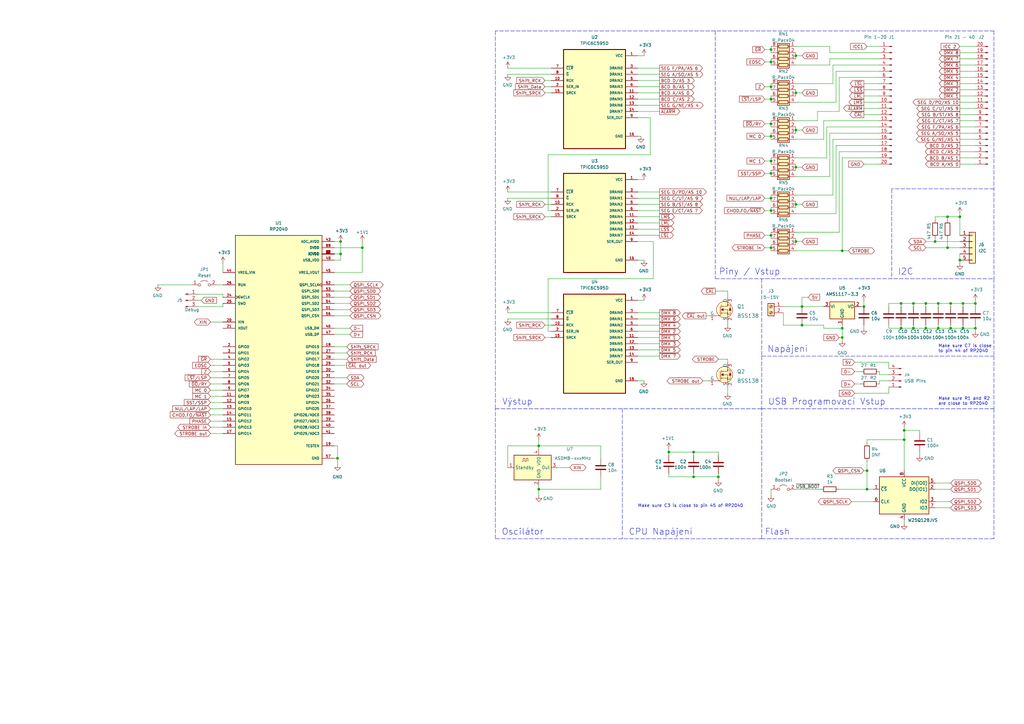
<source format=kicad_sch>
(kicad_sch (version 20211123) (generator eeschema)
  (paper "A3")
  (title_block (title "MH106-Emulator") (date "2023-01-26") (rev "1") (company "Michael's Lab"))
  (junction (at 138.43 187.96))
  (junction (at 326.39 38.1))
  (junction (at 354.33 125.73))
  (junction (at 316.23 50.8))
  (junction (at 400.05 134.62))
  (junction (at 379.73 124.46))
  (junction (at 316.23 81.28))
  (junction (at 284.48 185.42))
  (junction (at 355.6 193.04))
  (junction (at 328.93 125.73))
  (junction (at 355.6 200.66))
  (junction (at 328.93 133.35))
  (junction (at 400.05 124.46))
  (junction (at 316.23 35.56))
  (junction (at 220.98 200.66))
  (junction (at 274.32 185.42))
  (junction (at 384.81 124.46))
  (junction (at 139.7 99.06))
  (junction (at 388.62 101.6))
  (junction (at 345.44 102.87))
  (junction (at 388.62 88.9))
  (junction (at 326.39 53.34))
  (junction (at 383.54 99.06))
  (junction (at 326.39 83.82))
  (junction (at 389.89 134.62))
  (junction (at 316.23 20.32))
  (junction (at 370.84 180.34))
  (junction (at 374.65 134.62))
  (junction (at 394.97 124.46))
  (junction (at 326.39 99.06))
  (junction (at 369.57 134.62))
  (junction (at 316.23 96.52))
  (junction (at 393.7 88.9))
  (junction (at 316.23 55.88))
  (junction (at 379.73 134.62))
  (junction (at 345.44 138.43))
  (junction (at 326.39 22.86))
  (junction (at 316.23 101.6))
  (junction (at 316.23 25.4))
  (junction (at 148.59 101.6))
  (junction (at 370.84 176.53))
  (junction (at 294.64 195.58))
  (junction (at 384.81 134.62))
  (junction (at 374.65 124.46))
  (junction (at 139.7 104.14))
  (junction (at 316.23 40.64))
  (junction (at 316.23 71.12))
  (junction (at 394.97 134.62))
  (junction (at 284.48 195.58))
  (junction (at 389.89 124.46))
  (junction (at 345.44 134.62))
  (junction (at 326.39 68.58))
  (junction (at 316.23 66.04))
  (junction (at 393.7 106.68))
  (junction (at 369.57 124.46))
  (junction (at 220.98 182.88))
  (junction (at 316.23 86.36))
  (wire (pts (xy 294.64 147.32) (xy 298.45 147.32)))
  (wire (pts (xy 261.62 86.36) (xy 270.51 86.36)))
  (wire (pts (xy 326.39 80.01) (xy 341.63 80.01)))
  (wire (pts (xy 328.93 121.92) (xy 328.93 125.73)))
  (wire (pts (xy 393.7 87.63) (xy 393.7 88.9)))
  (wire (pts (xy 326.39 21.59) (xy 326.39 22.86)))
  (wire (pts (xy 393.7 41.91) (xy 400.05 41.91)))
  (wire (pts (xy 298.45 121.92) (xy 298.45 119.38)))
  (wire (pts (xy 326.39 99.06) (xy 328.93 99.06)))
  (wire (pts (xy 344.17 138.43) (xy 345.44 138.43)))
  (wire (pts (xy 393.7 29.21) (xy 400.05 29.21)))
  (wire (pts (xy 261.62 128.27) (xy 270.51 128.27)))
  (wire (pts (xy 284.48 195.58) (xy 284.48 194.31)))
  (wire (pts (xy 360.68 157.48) (xy 360.68 156.21)))
  (wire (pts (xy 261.62 43.18) (xy 270.51 43.18)))
  (wire (pts (xy 355.6 19.05) (xy 360.68 19.05)))
  (wire (pts (xy 393.7 67.31) (xy 400.05 67.31)))
  (wire (pts (xy 326.39 19.05) (xy 340.36 19.05)))
  (wire (pts (xy 326.39 83.82) (xy 328.93 83.82)))
  (wire (pts (xy 354.33 36.83) (xy 360.68 36.83)))
  (wire (pts (xy 224.79 135.89) (xy 224.79 114.3)))
  (wire (pts (xy 364.49 124.46) (xy 364.49 125.73)))
  (wire (pts (xy 326.39 38.1) (xy 326.39 39.37)))
  (wire (pts (xy 284.48 186.69) (xy 284.48 185.42)))
  (wire (pts (xy 393.7 36.83) (xy 400.05 36.83)))
  (wire (pts (xy 341.63 57.15) (xy 360.68 57.15)))
  (wire (pts (xy 326.39 99.06) (xy 326.39 100.33)))
  (wire (pts (xy 354.33 46.99) (xy 360.68 46.99)))
  (wire (pts (xy 393.7 46.99) (xy 400.05 46.99)))
  (wire (pts (xy 394.97 134.62) (xy 400.05 134.62)))
  (wire (pts (xy 246.38 187.96) (xy 246.38 182.88)))
  (wire (pts (xy 137.16 154.94) (xy 142.24 154.94)))
  (wire (pts (xy 220.98 199.39) (xy 220.98 200.66)))
  (wire (pts (xy 313.69 96.52) (xy 316.23 96.52)))
  (wire (pts (xy 326.39 64.77) (xy 339.09 64.77)))
  (wire (pts (xy 86.36 132.08) (xy 91.44 132.08)))
  (wire (pts (xy 337.82 134.62) (xy 345.44 134.62)))
  (wire (pts (xy 208.28 30.48) (xy 226.06 30.48)))
  (wire (pts (xy 340.36 54.61) (xy 360.68 54.61)))
  (wire (pts (xy 261.62 140.97) (xy 270.51 140.97)))
  (wire (pts (xy 137.16 101.6) (xy 148.59 101.6)))
  (wire (pts (xy 261.62 73.66) (xy 264.16 73.66)))
  (wire (pts (xy 137.16 106.68) (xy 139.7 106.68)))
  (wire (pts (xy 340.36 24.13) (xy 360.68 24.13)))
  (wire (pts (xy 384.81 134.62) (xy 389.89 134.62)))
  (wire (pts (xy 370.84 213.36) (xy 370.84 214.63)))
  (wire (pts (xy 354.33 193.04) (xy 355.6 193.04)))
  (wire (pts (xy 261.62 123.19) (xy 264.16 123.19)))
  (wire (pts (xy 224.79 114.3) (xy 267.97 114.3)))
  (wire (pts (xy 326.39 22.86) (xy 326.39 24.13)))
  (wire (pts (xy 313.69 50.8) (xy 316.23 50.8)))
  (wire (pts (xy 393.7 62.23) (xy 400.05 62.23)))
  (wire (pts (xy 86.36 172.72) (xy 91.44 172.72)))
  (wire (pts (xy 148.59 111.76) (xy 137.16 111.76)))
  (wire (pts (xy 326.39 102.87) (xy 345.44 102.87)))
  (polyline (pts (xy 293.37 114.3) (xy 407.67 114.3)))
  (wire (pts (xy 316.23 40.64) (xy 316.23 41.91)))
  (wire (pts (xy 337.82 57.15) (xy 337.82 49.53)))
  (wire (pts (xy 274.32 186.69) (xy 274.32 185.42)))
  (wire (pts (xy 345.44 134.62) (xy 345.44 133.35)))
  (wire (pts (xy 208.28 128.27) (xy 226.06 128.27)))
  (wire (pts (xy 393.7 59.69) (xy 400.05 59.69)))
  (wire (pts (xy 383.54 198.12) (xy 389.89 198.12)))
  (wire (pts (xy 274.32 184.15) (xy 274.32 185.42)))
  (wire (pts (xy 326.39 22.86) (xy 328.93 22.86)))
  (wire (pts (xy 148.59 101.6) (xy 148.59 111.76)))
  (wire (pts (xy 342.9 29.21) (xy 360.68 29.21)))
  (wire (pts (xy 374.65 133.35) (xy 374.65 134.62)))
  (wire (pts (xy 86.36 177.8) (xy 91.44 177.8)))
  (wire (pts (xy 316.23 96.52) (xy 316.23 97.79)))
  (wire (pts (xy 344.17 95.25) (xy 344.17 62.23)))
  (wire (pts (xy 298.45 158.75) (xy 298.45 161.29)))
  (wire (pts (xy 340.36 19.05) (xy 340.36 21.59)))
  (wire (pts (xy 374.65 124.46) (xy 374.65 125.73)))
  (wire (pts (xy 339.09 52.07) (xy 360.68 52.07)))
  (wire (pts (xy 86.36 147.32) (xy 91.44 147.32)))
  (wire (pts (xy 354.33 67.31) (xy 360.68 67.31)))
  (wire (pts (xy 208.28 191.77) (xy 208.28 182.88)))
  (wire (pts (xy 355.6 193.04) (xy 355.6 200.66)))
  (wire (pts (xy 86.36 175.26) (xy 91.44 175.26)))
  (wire (pts (xy 337.82 133.35) (xy 337.82 134.62)))
  (wire (pts (xy 137.16 127) (xy 143.51 127)))
  (wire (pts (xy 139.7 106.68) (xy 139.7 104.14)))
  (wire (pts (xy 345.44 102.87) (xy 345.44 64.77)))
  (polyline (pts (xy 312.42 146.05) (xy 407.67 146.05)))
  (wire (pts (xy 261.62 35.56) (xy 270.51 35.56)))
  (wire (pts (xy 331.47 121.92) (xy 328.93 121.92)))
  (wire (pts (xy 246.38 182.88) (xy 220.98 182.88)))
  (wire (pts (xy 393.7 39.37) (xy 400.05 39.37)))
  (wire (pts (xy 383.54 99.06) (xy 393.7 99.06)))
  (wire (pts (xy 364.49 151.13) (xy 364.49 148.59)))
  (wire (pts (xy 345.44 102.87) (xy 347.98 102.87)))
  (wire (pts (xy 289.56 129.54) (xy 290.83 129.54)))
  (wire (pts (xy 313.69 101.6) (xy 316.23 101.6)))
  (wire (pts (xy 350.52 161.29) (xy 364.49 161.29)))
  (wire (pts (xy 313.69 55.88) (xy 316.23 55.88)))
  (wire (pts (xy 137.16 187.96) (xy 138.43 187.96)))
  (polyline (pts (xy 407.67 12.7) (xy 293.37 12.7)))
  (wire (pts (xy 137.16 116.84) (xy 143.51 116.84)))
  (wire (pts (xy 137.16 124.46) (xy 143.51 124.46)))
  (wire (pts (xy 345.44 139.7) (xy 345.44 138.43)))
  (wire (pts (xy 393.7 104.14) (xy 393.7 106.68)))
  (wire (pts (xy 344.17 62.23) (xy 360.68 62.23)))
  (wire (pts (xy 393.7 31.75) (xy 400.05 31.75)))
  (polyline (pts (xy 255.27 167.64) (xy 255.27 220.98)))
  (wire (pts (xy 370.84 175.26) (xy 370.84 176.53)))
  (polyline (pts (xy 407.67 12.7) (xy 407.67 114.3)))
  (wire (pts (xy 313.69 20.32) (xy 316.23 20.32)))
  (wire (pts (xy 354.33 133.35) (xy 354.33 134.62)))
  (wire (pts (xy 326.39 36.83) (xy 326.39 38.1)))
  (wire (pts (xy 344.17 45.72) (xy 344.17 31.75)))
  (wire (pts (xy 383.54 97.79) (xy 383.54 99.06)))
  (wire (pts (xy 86.36 162.56) (xy 91.44 162.56)))
  (wire (pts (xy 394.97 133.35) (xy 394.97 134.62)))
  (wire (pts (xy 384.81 124.46) (xy 389.89 124.46)))
  (wire (pts (xy 369.57 134.62) (xy 374.65 134.62)))
  (wire (pts (xy 394.97 124.46) (xy 400.05 124.46)))
  (wire (pts (xy 354.33 39.37) (xy 360.68 39.37)))
  (polyline (pts (xy 407.67 146.05) (xy 407.67 167.64)))
  (wire (pts (xy 389.89 124.46) (xy 394.97 124.46)))
  (wire (pts (xy 223.52 138.43) (xy 226.06 138.43)))
  (wire (pts (xy 148.59 99.06) (xy 148.59 101.6)))
  (wire (pts (xy 328.93 125.73) (xy 337.82 125.73)))
  (wire (pts (xy 354.33 41.91) (xy 360.68 41.91)))
  (wire (pts (xy 393.7 24.13) (xy 400.05 24.13)))
  (wire (pts (xy 353.06 125.73) (xy 354.33 125.73)))
  (wire (pts (xy 261.62 135.89) (xy 270.51 135.89)))
  (polyline (pts (xy 293.37 12.7) (xy 203.2 12.7)))
  (wire (pts (xy 340.36 72.39) (xy 340.36 54.61)))
  (wire (pts (xy 261.62 27.94) (xy 270.51 27.94)))
  (wire (pts (xy 389.89 124.46) (xy 389.89 125.73)))
  (wire (pts (xy 208.28 182.88) (xy 220.98 182.88)))
  (wire (pts (xy 383.54 208.28) (xy 389.89 208.28)))
  (wire (pts (xy 341.63 34.29) (xy 341.63 26.67)))
  (wire (pts (xy 393.7 49.53) (xy 400.05 49.53)))
  (wire (pts (xy 388.62 97.79) (xy 388.62 101.6)))
  (wire (pts (xy 137.16 147.32) (xy 142.24 147.32)))
  (wire (pts (xy 220.98 200.66) (xy 246.38 200.66)))
  (wire (pts (xy 261.62 138.43) (xy 270.51 138.43)))
  (wire (pts (xy 393.7 54.61) (xy 400.05 54.61)))
  (wire (pts (xy 261.62 93.98) (xy 270.51 93.98)))
  (wire (pts (xy 313.69 71.12) (xy 316.23 71.12)))
  (wire (pts (xy 261.62 106.68) (xy 264.16 106.68)))
  (wire (pts (xy 364.49 134.62) (xy 369.57 134.62)))
  (wire (pts (xy 360.68 153.67) (xy 364.49 153.67)))
  (wire (pts (xy 223.52 83.82) (xy 226.06 83.82)))
  (wire (pts (xy 388.62 88.9) (xy 388.62 90.17)))
  (wire (pts (xy 316.23 50.8) (xy 316.23 52.07)))
  (wire (pts (xy 379.73 134.62) (xy 384.81 134.62)))
  (wire (pts (xy 326.39 26.67) (xy 340.36 26.67)))
  (wire (pts (xy 137.16 144.78) (xy 142.24 144.78)))
  (wire (pts (xy 316.23 95.25) (xy 316.23 96.52)))
  (wire (pts (xy 208.28 27.94) (xy 226.06 27.94)))
  (wire (pts (xy 393.7 21.59) (xy 400.05 21.59)))
  (polyline (pts (xy 312.42 146.05) (xy 312.42 167.64)))
  (wire (pts (xy 393.7 107.95) (xy 393.7 106.68)))
  (wire (pts (xy 344.17 200.66) (xy 355.6 200.66)))
  (wire (pts (xy 288.29 156.21) (xy 290.83 156.21)))
  (wire (pts (xy 313.69 40.64) (xy 316.23 40.64)))
  (polyline (pts (xy 312.42 220.98) (xy 312.42 167.64)))
  (wire (pts (xy 266.7 63.5) (xy 266.7 48.26)))
  (wire (pts (xy 261.62 146.05) (xy 270.51 146.05)))
  (wire (pts (xy 316.23 49.53) (xy 316.23 50.8)))
  (wire (pts (xy 326.39 57.15) (xy 337.82 57.15)))
  (wire (pts (xy 377.19 177.8) (xy 377.19 176.53)))
  (wire (pts (xy 326.39 200.66) (xy 336.55 200.66)))
  (wire (pts (xy 266.7 48.26) (xy 261.62 48.26)))
  (wire (pts (xy 316.23 85.09) (xy 316.23 86.36)))
  (wire (pts (xy 355.6 181.61) (xy 355.6 180.34)))
  (wire (pts (xy 208.28 78.74) (xy 226.06 78.74)))
  (wire (pts (xy 389.89 134.62) (xy 394.97 134.62)))
  (wire (pts (xy 264.16 156.21) (xy 261.62 156.21)))
  (wire (pts (xy 345.44 138.43) (xy 345.44 134.62)))
  (wire (pts (xy 261.62 81.28) (xy 270.51 81.28)))
  (wire (pts (xy 316.23 19.05) (xy 316.23 20.32)))
  (wire (pts (xy 393.7 44.45) (xy 400.05 44.45)))
  (wire (pts (xy 262.89 55.88) (xy 261.62 55.88)))
  (wire (pts (xy 377.19 176.53) (xy 370.84 176.53)))
  (wire (pts (xy 393.7 19.05) (xy 400.05 19.05)))
  (wire (pts (xy 267.97 114.3) (xy 267.97 99.06)))
  (wire (pts (xy 379.73 133.35) (xy 379.73 134.62)))
  (wire (pts (xy 137.16 104.14) (xy 139.7 104.14)))
  (wire (pts (xy 369.57 124.46) (xy 369.57 125.73)))
  (wire (pts (xy 326.39 87.63) (xy 342.9 87.63)))
  (wire (pts (xy 261.62 30.48) (xy 270.51 30.48)))
  (wire (pts (xy 374.65 124.46) (xy 379.73 124.46)))
  (wire (pts (xy 339.09 64.77) (xy 339.09 52.07)))
  (wire (pts (xy 261.62 33.02) (xy 270.51 33.02)))
  (wire (pts (xy 341.63 80.01) (xy 341.63 57.15)))
  (wire (pts (xy 326.39 68.58) (xy 326.39 69.85)))
  (wire (pts (xy 326.39 34.29) (xy 341.63 34.29)))
  (wire (pts (xy 326.39 95.25) (xy 344.17 95.25)))
  (wire (pts (xy 228.6 191.77) (xy 233.68 191.77)))
  (polyline (pts (xy 365.76 77.47) (xy 365.76 114.3)))
  (polyline (pts (xy 312.42 167.64) (xy 407.67 167.64)))
  (wire (pts (xy 220.98 180.34) (xy 220.98 182.88)))
  (wire (pts (xy 328.93 133.35) (xy 337.82 133.35)))
  (wire (pts (xy 313.69 25.4) (xy 316.23 25.4)))
  (wire (pts (xy 261.62 38.1) (xy 270.51 38.1)))
  (wire (pts (xy 379.73 124.46) (xy 384.81 124.46)))
  (wire (pts (xy 350.52 152.4) (xy 353.06 152.4)))
  (wire (pts (xy 342.9 59.69) (xy 360.68 59.69)))
  (wire (pts (xy 261.62 91.44) (xy 270.51 91.44)))
  (wire (pts (xy 316.23 24.13) (xy 316.23 25.4)))
  (wire (pts (xy 137.16 119.38) (xy 143.51 119.38)))
  (wire (pts (xy 91.44 120.65) (xy 81.28 120.65)))
  (wire (pts (xy 316.23 86.36) (xy 316.23 87.63)))
  (wire (pts (xy 389.89 133.35) (xy 389.89 134.62)))
  (wire (pts (xy 88.9 116.84) (xy 91.44 116.84)))
  (wire (pts (xy 326.39 82.55) (xy 326.39 83.82)))
  (wire (pts (xy 316.23 34.29) (xy 316.23 35.56)))
  (wire (pts (xy 274.32 195.58) (xy 284.48 195.58)))
  (wire (pts (xy 223.52 35.56) (xy 226.06 35.56)))
  (wire (pts (xy 321.31 125.73) (xy 328.93 125.73)))
  (wire (pts (xy 137.16 99.06) (xy 139.7 99.06)))
  (wire (pts (xy 383.54 90.17) (xy 383.54 88.9)))
  (wire (pts (xy 326.39 83.82) (xy 326.39 85.09)))
  (wire (pts (xy 220.98 200.66) (xy 220.98 203.2)))
  (wire (pts (xy 379.73 101.6) (xy 388.62 101.6)))
  (wire (pts (xy 326.39 67.31) (xy 326.39 68.58)))
  (wire (pts (xy 393.7 57.15) (xy 400.05 57.15)))
  (wire (pts (xy 316.23 39.37) (xy 316.23 40.64)))
  (wire (pts (xy 284.48 185.42) (xy 274.32 185.42)))
  (wire (pts (xy 374.65 134.62) (xy 379.73 134.62)))
  (wire (pts (xy 313.69 66.04) (xy 316.23 66.04)))
  (wire (pts (xy 208.28 130.81) (xy 226.06 130.81)))
  (wire (pts (xy 224.79 86.36) (xy 224.79 63.5)))
  (wire (pts (xy 400.05 134.62) (xy 400.05 133.35)))
  (wire (pts (xy 350.52 157.48) (xy 353.06 157.48)))
  (wire (pts (xy 316.23 25.4) (xy 316.23 26.67)))
  (wire (pts (xy 400.05 124.46) (xy 400.05 125.73)))
  (wire (pts (xy 137.16 157.48) (xy 142.24 157.48)))
  (wire (pts (xy 137.16 121.92) (xy 143.51 121.92)))
  (wire (pts (xy 321.31 133.35) (xy 328.93 133.35)))
  (wire (pts (xy 261.62 22.86) (xy 264.16 22.86)))
  (wire (pts (xy 349.25 205.74) (xy 358.14 205.74)))
  (polyline (pts (xy 203.2 12.7) (xy 203.2 167.64)))
  (wire (pts (xy 344.17 31.75) (xy 360.68 31.75)))
  (wire (pts (xy 369.57 124.46) (xy 374.65 124.46)))
  (wire (pts (xy 316.23 54.61) (xy 316.23 55.88)))
  (wire (pts (xy 137.16 134.62) (xy 143.51 134.62)))
  (wire (pts (xy 354.33 34.29) (xy 360.68 34.29)))
  (wire (pts (xy 383.54 205.74) (xy 389.89 205.74)))
  (wire (pts (xy 379.73 99.06) (xy 383.54 99.06)))
  (wire (pts (xy 326.39 68.58) (xy 328.93 68.58)))
  (wire (pts (xy 64.77 116.84) (xy 78.74 116.84)))
  (wire (pts (xy 261.62 143.51) (xy 270.51 143.51)))
  (wire (pts (xy 393.7 64.77) (xy 400.05 64.77)))
  (wire (pts (xy 91.44 107.95) (xy 91.44 111.76)))
  (wire (pts (xy 267.97 99.06) (xy 261.62 99.06)))
  (polyline (pts (xy 407.67 114.3) (xy 407.67 146.05)))
  (wire (pts (xy 340.36 21.59) (xy 360.68 21.59)))
  (wire (pts (xy 316.23 203.2) (xy 316.23 200.66)))
  (wire (pts (xy 342.9 41.91) (xy 342.9 29.21)))
  (wire (pts (xy 298.45 148.59) (xy 298.45 147.32)))
  (wire (pts (xy 326.39 38.1) (xy 328.93 38.1)))
  (wire (pts (xy 86.36 157.48) (xy 91.44 157.48)))
  (wire (pts (xy 261.62 45.72) (xy 270.51 45.72)))
  (wire (pts (xy 316.23 69.85) (xy 316.23 71.12)))
  (wire (pts (xy 137.16 142.24) (xy 142.24 142.24)))
  (wire (pts (xy 370.84 180.34) (xy 370.84 193.04)))
  (wire (pts (xy 393.7 88.9) (xy 393.7 96.52)))
  (wire (pts (xy 86.36 165.1) (xy 91.44 165.1)))
  (wire (pts (xy 313.69 81.28) (xy 316.23 81.28)))
  (wire (pts (xy 223.52 38.1) (xy 226.06 38.1)))
  (wire (pts (xy 393.7 52.07) (xy 400.05 52.07)))
  (polyline (pts (xy 407.67 220.98) (xy 312.42 220.98)))
  (wire (pts (xy 298.45 132.08) (xy 298.45 133.35)))
  (wire (pts (xy 355.6 180.34) (xy 370.84 180.34)))
  (wire (pts (xy 335.28 49.53) (xy 335.28 45.72)))
  (wire (pts (xy 393.7 26.67) (xy 400.05 26.67)))
  (wire (pts (xy 321.31 133.35) (xy 321.31 128.27)))
  (wire (pts (xy 138.43 187.96) (xy 138.43 190.5)))
  (wire (pts (xy 342.9 87.63) (xy 342.9 59.69)))
  (wire (pts (xy 137.16 182.88) (xy 138.43 182.88)))
  (wire (pts (xy 298.45 119.38) (xy 293.37 119.38)))
  (wire (pts (xy 316.23 20.32) (xy 316.23 21.59)))
  (wire (pts (xy 91.44 121.92) (xy 91.44 120.65)))
  (wire (pts (xy 261.62 133.35) (xy 270.51 133.35)))
  (wire (pts (xy 377.19 185.42) (xy 377.19 186.69)))
  (polyline (pts (xy 312.42 220.98) (xy 203.2 220.98)))
  (wire (pts (xy 313.69 86.36) (xy 316.23 86.36)))
  (wire (pts (xy 384.81 133.35) (xy 384.81 134.62)))
  (wire (pts (xy 246.38 195.58) (xy 246.38 200.66)))
  (wire (pts (xy 316.23 101.6) (xy 316.23 102.87)))
  (wire (pts (xy 383.54 200.66) (xy 389.89 200.66)))
  (wire (pts (xy 226.06 135.89) (xy 224.79 135.89)))
  (wire (pts (xy 261.62 130.81) (xy 270.51 130.81)))
  (wire (pts (xy 137.16 137.16) (xy 143.51 137.16)))
  (wire (pts (xy 226.06 86.36) (xy 224.79 86.36)))
  (wire (pts (xy 139.7 99.06) (xy 139.7 104.14)))
  (wire (pts (xy 316.23 35.56) (xy 316.23 36.83)))
  (wire (pts (xy 355.6 200.66) (xy 358.14 200.66)))
  (wire (pts (xy 294.64 185.42) (xy 284.48 185.42)))
  (wire (pts (xy 316.23 64.77) (xy 316.23 66.04)))
  (wire (pts (xy 326.39 53.34) (xy 328.93 53.34)))
  (wire (pts (xy 316.23 100.33) (xy 316.23 101.6)))
  (wire (pts (xy 86.36 170.18) (xy 91.44 170.18)))
  (polyline (pts (xy 293.37 12.7) (xy 293.37 114.3)))
  (wire (pts (xy 340.36 26.67) (xy 340.36 24.13)))
  (wire (pts (xy 223.52 33.02) (xy 226.06 33.02)))
  (wire (pts (xy 261.62 83.82) (xy 270.51 83.82)))
  (wire (pts (xy 388.62 88.9) (xy 393.7 88.9)))
  (wire (pts (xy 274.32 194.31) (xy 274.32 195.58)))
  (wire (pts (xy 400.05 134.62) (xy 400.05 135.89)))
  (wire (pts (xy 261.62 88.9) (xy 270.51 88.9)))
  (wire (pts (xy 360.68 152.4) (xy 360.68 153.67)))
  (wire (pts (xy 294.64 194.31) (xy 294.64 195.58)))
  (wire (pts (xy 316.23 55.88) (xy 316.23 57.15)))
  (wire (pts (xy 316.23 66.04) (xy 316.23 67.31)))
  (polyline (pts (xy 203.2 220.98) (xy 203.2 167.64)))
  (polyline (pts (xy 312.42 114.3) (xy 312.42 146.05)))
  (wire (pts (xy 223.52 88.9) (xy 226.06 88.9)))
  (wire (pts (xy 400.05 123.19) (xy 400.05 124.46)))
  (wire (pts (xy 364.49 158.75) (xy 364.49 161.29)))
  (wire (pts (xy 86.36 152.4) (xy 91.44 152.4)))
  (wire (pts (xy 354.33 123.19) (xy 354.33 125.73)))
  (wire (pts (xy 394.97 124.46) (xy 394.97 125.73)))
  (wire (pts (xy 313.69 35.56) (xy 316.23 35.56)))
  (wire (pts (xy 388.62 101.6) (xy 393.7 101.6)))
  (wire (pts (xy 208.28 81.28) (xy 226.06 81.28)))
  (wire (pts (xy 369.57 133.35) (xy 369.57 134.62)))
  (wire (pts (xy 137.16 129.54) (xy 143.51 129.54)))
  (wire (pts (xy 383.54 88.9) (xy 388.62 88.9)))
  (wire (pts (xy 316.23 71.12) (xy 316.23 72.39)))
  (wire (pts (xy 81.28 123.19) (xy 82.55 123.19)))
  (wire (pts (xy 370.84 176.53) (xy 370.84 180.34)))
  (wire (pts (xy 335.28 45.72) (xy 344.17 45.72)))
  (wire (pts (xy 261.62 96.52) (xy 270.51 96.52)))
  (wire (pts (xy 261.62 40.64) (xy 270.51 40.64)))
  (wire (pts (xy 86.36 167.64) (xy 91.44 167.64)))
  (wire (pts (xy 294.64 186.69) (xy 294.64 185.42)))
  (wire (pts (xy 86.36 160.02) (xy 91.44 160.02)))
  (polyline (pts (xy 407.67 77.47) (xy 365.76 77.47)))
  (wire (pts (xy 326.39 52.07) (xy 326.39 53.34)))
  (wire (pts (xy 91.44 124.46) (xy 91.44 125.73)))
  (wire (pts (xy 86.36 154.94) (xy 91.44 154.94)))
  (wire (pts (xy 341.63 26.67) (xy 360.68 26.67)))
  (wire (pts (xy 316.23 80.01) (xy 316.23 81.28)))
  (wire (pts (xy 261.62 78.74) (xy 270.51 78.74)))
  (wire (pts (xy 220.98 182.88) (xy 220.98 184.15)))
  (wire (pts (xy 137.16 149.86) (xy 142.24 149.86)))
  (polyline (pts (xy 407.67 167.64) (xy 407.67 220.98)))
  (wire (pts (xy 393.7 34.29) (xy 400.05 34.29)))
  (wire (pts (xy 364.49 148.59) (xy 350.52 148.59)))
  (wire (pts (xy 81.28 125.73) (xy 91.44 125.73)))
  (wire (pts (xy 354.33 44.45) (xy 360.68 44.45)))
  (wire (pts (xy 360.68 156.21) (xy 364.49 156.21)))
  (wire (pts (xy 223.52 133.35) (xy 226.06 133.35)))
  (wire (pts (xy 379.73 124.46) (xy 379.73 125.73)))
  (wire (pts (xy 326.39 72.39) (xy 340.36 72.39)))
  (wire (pts (xy 337.82 49.53) (xy 360.68 49.53)))
  (wire (pts (xy 86.36 149.86) (xy 91.44 149.86)))
  (polyline (pts (xy 203.2 167.64) (xy 312.42 167.64)))
  (wire (pts (xy 316.23 81.28) (xy 316.23 82.55)))
  (wire (pts (xy 326.39 41.91) (xy 342.9 41.91)))
  (wire (pts (xy 345.44 64.77) (xy 360.68 64.77)))
  (wire (pts (xy 224.79 63.5) (xy 266.7 63.5)))
  (wire (pts (xy 384.81 124.46) (xy 384.81 125.73)))
  (wire (pts (xy 326.39 49.53) (xy 335.28 49.53)))
  (wire (pts (xy 364.49 134.62) (xy 364.49 133.35)))
  (wire (pts (xy 364.49 124.46) (xy 369.57 124.46)))
  (wire (pts (xy 355.6 189.23) (xy 355.6 193.04)))
  (wire (pts (xy 138.43 182.88) (xy 138.43 187.96)))
  (wire (pts (xy 294.64 195.58) (xy 284.48 195.58)))
  (wire (pts (xy 326.39 53.34) (xy 326.39 54.61)))
  (wire (pts (xy 326.39 97.79) (xy 326.39 99.06)))
  (wire (pts (xy 294.64 195.58) (xy 294.64 196.85)))
  (text "Make sure C3 is close to pin 45 of RP2040" (at 261.62 208.28 0) (effects (font (size 1.27 1.27)) (justify left bottom)))
  (text "USB Programovací Vstup" (at 363.22 166.37 180) (effects (font (size 2.56 2.56)) (justify right bottom)))
  (text "Make sure R1 and R2\nare close to RP2040" (at 384.81 166.37 0) (effects (font (size 1.27 1.27)) (justify left bottom)))
  (text "I2C" (at 374.65 113.03 180) (effects (font (size 2.56 2.56)) (justify right bottom)))
  (text "Oscilátor" (at 205.74 219.71 0) (effects (font (size 2.54 2.54)) (justify left bottom)))
  (text "CPU Napájení" (at 257.81 219.71 0) (effects (font (size 2.54 2.54)) (justify left bottom)))
  (text "Make sure C7 is close\nto pin 44 of RP2040" (at 384.81 144.78 0) (effects (font (size 1.27 1.27)) (justify left bottom)))
  (text "Napájení" (at 331.47 144.78 180) (effects (font (size 2.56 2.56)) (justify right bottom)))
  (text "Výstup\n" (at 218.44 166.37 180) (effects (font (size 2.56 2.56)) (justify right bottom)))
  (text "Flash" (at 313.69 219.71 0) (effects (font (size 2.54 2.54)) (justify left bottom)))
  (text "Piny / Vstup" (at 320.04 113.03 180) (effects (font (size 2.56 2.56)) (justify right bottom)))
  (label "~{USB_BOOT}" (at 326.39 200.66 0))
  (global_label "NUL{slash}LAP{slash}LAP" (shape input) (at 86.36 167.64 180) (property "Intersheet References" "${INTERSHEET_REFS}" (effects hide)))
  (global_label "BCD C{slash}AS 2" (shape output) (at 393.7 62.23 180) (property "Intersheet References" "${INTERSHEET_REFS}" (effects hide)))
  (global_label "QSPI_SD1" (shape bidirectional) (at 143.51 121.92 0) (property "Intersheet References" "${INTERSHEET_REFS}" (effects hide)))
  (global_label "SEG G{slash}NE{slash}AS 4" (shape output) (at 270.51 43.18 0) (property "Intersheet References" "${INTERSHEET_REFS}" (effects hide)))
  (global_label "BCD D{slash}AS 3" (shape output) (at 270.51 33.02 0) (property "Intersheet References" "${INTERSHEET_REFS}" (effects hide)))
  (global_label "GND" (shape input) (at 328.93 53.34 0) (property "Intersheet References" "${INTERSHEET_REFS}" (effects hide)))
  (global_label "QSPI_SD2" (shape bidirectional) (at 389.89 205.74 0) (property "Intersheet References" "${INTERSHEET_REFS}" (effects hide)))
  (global_label "BCD D{slash}AS 3" (shape output) (at 393.7 59.69 180) (property "Intersheet References" "${INTERSHEET_REFS}" (effects hide)))
  (global_label "D+" (shape input) (at 350.52 157.48 180) (property "Intersheet References" "${INTERSHEET_REFS}" (effects hide)))
  (global_label "~{LMS}" (shape output) (at 270.51 88.9 0) (property "Intersheet References" "${INTERSHEET_REFS}" (effects hide)))
  (global_label "~{LML}" (shape output) (at 354.33 39.37 180) (property "Intersheet References" "${INTERSHEET_REFS}" (effects hide)))
  (global_label "~{DMX 5}" (shape output) (at 393.7 29.21 180) (property "Intersheet References" "${INTERSHEET_REFS}" (effects hide)))
  (global_label "QSPI_SCLK" (shape bidirectional) (at 349.25 205.74 180) (property "Intersheet References" "${INTERSHEET_REFS}" (effects hide)))
  (global_label "Shift_RCK" (shape input) (at 223.52 133.35 180) (property "Intersheet References" "${INTERSHEET_REFS}" (effects hide)))
  (global_label "GND" (shape input) (at 344.17 138.43 180) (property "Intersheet References" "${INTERSHEET_REFS}" (effects hide)))
  (global_label "EOSC" (shape input) (at 313.69 25.4 180) (property "Intersheet References" "${INTERSHEET_REFS}" (effects hide)))
  (global_label "Shift_RCK" (shape input) (at 223.52 33.02 180) (property "Intersheet References" "${INTERSHEET_REFS}" (effects hide)))
  (global_label "GND" (shape input) (at 328.93 83.82 0) (property "Intersheet References" "${INTERSHEET_REFS}" (effects hide)))
  (global_label "~{DMX 8}" (shape output) (at 270.51 128.27 0) (property "Intersheet References" "${INTERSHEET_REFS}" (effects hide)))
  (global_label "~{DMX 2}" (shape output) (at 393.7 36.83 180) (property "Intersheet References" "${INTERSHEET_REFS}" (effects hide)))
  (global_label "STROBE in" (shape bidirectional) (at 313.69 101.6 180) (property "Intersheet References" "${INTERSHEET_REFS}" (effects hide)))
  (global_label "QSPI_CSN" (shape bidirectional) (at 143.51 129.54 0) (property "Intersheet References" "${INTERSHEET_REFS}" (effects hide)))
  (global_label "Z" (shape input) (at 86.36 152.4 180) (property "Intersheet References" "${INTERSHEET_REFS}" (effects hide)))
  (global_label "QSPI_SD3" (shape bidirectional) (at 389.89 208.28 0) (property "Intersheet References" "${INTERSHEET_REFS}" (effects hide)))
  (global_label "SCL" (shape bidirectional) (at 379.73 101.6 180) (property "Intersheet References" "${INTERSHEET_REFS}" (effects hide)))
  (global_label "QSPI_SD0" (shape bidirectional) (at 389.89 198.12 0) (property "Intersheet References" "${INTERSHEET_REFS}" (effects hide)))
  (global_label "QSPI_SD1" (shape bidirectional) (at 389.89 200.66 0) (property "Intersheet References" "${INTERSHEET_REFS}" (effects hide)))
  (global_label "SEG G{slash}NE{slash}AS 4" (shape output) (at 393.7 57.15 180) (property "Intersheet References" "${INTERSHEET_REFS}" (effects hide)))
  (global_label "~{GR}" (shape input) (at 313.69 20.32 180) (property "Intersheet References" "${INTERSHEET_REFS}" (effects hide)))
  (global_label "~{LSL}" (shape output) (at 354.33 34.29 180) (property "Intersheet References" "${INTERSHEET_REFS}" (effects hide)))
  (global_label "D+" (shape input) (at 143.51 137.16 0) (property "Intersheet References" "${INTERSHEET_REFS}" (effects hide)))
  (global_label "BCD B{slash}AS 1" (shape output) (at 270.51 35.56 0) (property "Intersheet References" "${INTERSHEET_REFS}" (effects hide)))
  (global_label "EOSC" (shape input) (at 86.36 149.86 180) (property "Intersheet References" "${INTERSHEET_REFS}" (effects hide)))
  (global_label "STROBE" (shape bidirectional) (at 347.98 102.87 0) (property "Intersheet References" "${INTERSHEET_REFS}" (effects hide)))
  (global_label "Shift_SRCK" (shape input) (at 223.52 138.43 180) (property "Intersheet References" "${INTERSHEET_REFS}" (effects hide)))
  (global_label "~{DMX 5}" (shape output) (at 270.51 143.51 0) (property "Intersheet References" "${INTERSHEET_REFS}" (effects hide)))
  (global_label "~{DO}{slash}RY" (shape input) (at 86.36 157.48 180) (property "Intersheet References" "${INTERSHEET_REFS}" (effects hide)))
  (global_label "SCL" (shape bidirectional) (at 142.24 157.48 0) (property "Intersheet References" "${INTERSHEET_REFS}" (effects hide)))
  (global_label "~{DMX 3}" (shape output) (at 270.51 140.97 0) (property "Intersheet References" "${INTERSHEET_REFS}" (effects hide)))
  (global_label "QSPI_SD2" (shape bidirectional) (at 143.51 124.46 0) (property "Intersheet References" "${INTERSHEET_REFS}" (effects hide)))
  (global_label "~{CAL} out" (shape output) (at 142.24 149.86 0) (property "Intersheet References" "${INTERSHEET_REFS}" (effects hide)))
  (global_label "BCD A{slash}AS 0" (shape output) (at 270.51 38.1 0) (property "Intersheet References" "${INTERSHEET_REFS}" (effects hide)))
  (global_label "5V" (shape input) (at 350.52 148.59 180) (property "Intersheet References" "${INTERSHEET_REFS}" (effects hide)))
  (global_label "~{DMX 6}" (shape output) (at 270.51 130.81 0) (property "Intersheet References" "${INTERSHEET_REFS}" (effects hide)))
  (global_label "BCD C{slash}AS 2" (shape output) (at 270.51 40.64 0) (property "Intersheet References" "${INTERSHEET_REFS}" (effects hide)))
  (global_label "~{ALARM}" (shape output) (at 354.33 44.45 180) (property "Intersheet References" "${INTERSHEET_REFS}" (effects hide)))
  (global_label "BCD B{slash}AS 1" (shape output) (at 393.7 64.77 180) (property "Intersheet References" "${INTERSHEET_REFS}" (effects hide)))
  (global_label "BCD A{slash}AS 0" (shape output) (at 393.7 67.31 180) (property "Intersheet References" "${INTERSHEET_REFS}" (effects hide)))
  (global_label "GND" (shape input) (at 328.93 68.58 0) (property "Intersheet References" "${INTERSHEET_REFS}" (effects hide)))
  (global_label "Shift_RCK" (shape input) (at 223.52 83.82 180) (property "Intersheet References" "${INTERSHEET_REFS}" (effects hide)))
  (global_label "SEG D{slash}PO{slash}AS 10" (shape output) (at 393.7 41.91 180) (property "Intersheet References" "${INTERSHEET_REFS}" (effects hide)))
  (global_label "MC 1" (shape input) (at 86.36 162.56 180) (property "Intersheet References" "${INTERSHEET_REFS}" (effects hide)))
  (global_label "~{LST}{slash}LSP" (shape input) (at 313.69 40.64 180) (property "Intersheet References" "${INTERSHEET_REFS}" (effects hide)))
  (global_label "SEG C{slash}UT{slash}AS 9" (shape output) (at 270.51 81.28 0) (property "Intersheet References" "${INTERSHEET_REFS}" (effects hide)))
  (global_label "SST{slash}SSP" (shape input) (at 313.69 71.12 180) (property "Intersheet References" "${INTERSHEET_REFS}" (effects hide)))
  (global_label "SEG A{slash}SO{slash}AS 5" (shape output) (at 270.51 30.48 0) (property "Intersheet References" "${INTERSHEET_REFS}" (effects hide)))
  (global_label "STROBE out" (shape bidirectional) (at 86.36 177.8 180) (property "Intersheet References" "${INTERSHEET_REFS}" (effects hide)))
  (global_label "GND" (shape input) (at 354.33 67.31 180) (property "Intersheet References" "${INTERSHEET_REFS}" (effects hide)))
  (global_label "~{GR}" (shape input) (at 86.36 147.32 180) (property "Intersheet References" "${INTERSHEET_REFS}" (effects hide)))
  (global_label "GND" (shape input) (at 328.93 22.86 0) (property "Intersheet References" "${INTERSHEET_REFS}" (effects hide)))
  (global_label "Shift_Data" (shape input) (at 142.24 147.32 0) (property "Intersheet References" "${INTERSHEET_REFS}" (effects hide)))
  (global_label "SDA" (shape bidirectional) (at 379.73 99.06 180) (property "Intersheet References" "${INTERSHEET_REFS}" (effects hide)))
  (global_label "MC 0" (shape input) (at 86.36 160.02 180) (property "Intersheet References" "${INTERSHEET_REFS}" (effects hide)))
  (global_label "Z" (shape input) (at 313.69 35.56 180) (property "Intersheet References" "${INTERSHEET_REFS}" (effects hide)))
  (global_label "SEG F{slash}PA{slash}AS 6" (shape output) (at 393.7 52.07 180) (property "Intersheet References" "${INTERSHEET_REFS}" (effects hide)))
  (global_label "SST{slash}SSP" (shape input) (at 86.36 165.1 180) (property "Intersheet References" "${INTERSHEET_REFS}" (effects hide)))
  (global_label "STROBE" (shape bidirectional) (at 294.64 147.32 180) (property "Intersheet References" "${INTERSHEET_REFS}" (effects hide)))
  (global_label "~{DO}{slash}RY" (shape input) (at 313.69 50.8 180) (property "Intersheet References" "${INTERSHEET_REFS}" (effects hide)))
  (global_label "~{DMX 6}" (shape output) (at 393.7 26.67 180) (property "Intersheet References" "${INTERSHEET_REFS}" (effects hide)))
  (global_label "ICC 2" (shape input) (at 393.7 19.05 180) (property "Intersheet References" "${INTERSHEET_REFS}" (effects hide)))
  (global_label "CHOD.FO{slash}~{NAST}" (shape input) (at 86.36 170.18 180) (property "Intersheet References" "${INTERSHEET_REFS}" (effects hide)))
  (global_label "STROBE out" (shape bidirectional) (at 288.29 156.21 180) (property "Intersheet References" "${INTERSHEET_REFS}" (effects hide)))
  (global_label "D-" (shape input) (at 350.52 152.4 180) (property "Intersheet References" "${INTERSHEET_REFS}" (effects hide)))
  (global_label "QSPI_SCLK" (shape bidirectional) (at 143.51 116.84 0) (property "Intersheet References" "${INTERSHEET_REFS}" (effects hide)))
  (global_label "Shift_SRCK" (shape input) (at 223.52 88.9 180) (property "Intersheet References" "${INTERSHEET_REFS}" (effects hide)))
  (global_label "GND" (shape input) (at 328.93 99.06 0) (property "Intersheet References" "${INTERSHEET_REFS}" (effects hide)))
  (global_label "MC 1" (shape input) (at 313.69 66.04 180) (property "Intersheet References" "${INTERSHEET_REFS}" (effects hide)))
  (global_label "Shift_Data" (shape input) (at 223.52 35.56 180) (property "Intersheet References" "${INTERSHEET_REFS}" (effects hide)))
  (global_label "~{ALARM}" (shape output) (at 270.51 45.72 0) (property "Intersheet References" "${INTERSHEET_REFS}" (effects hide)))
  (global_label "SEG F{slash}PA{slash}AS 6" (shape output) (at 270.51 27.94 0) (property "Intersheet References" "${INTERSHEET_REFS}" (effects hide)))
  (global_label "~{CAL} out" (shape output) (at 289.56 129.54 180) (property "Intersheet References" "${INTERSHEET_REFS}" (effects hide)))
  (global_label "GND" (shape input) (at 350.52 161.29 180) (property "Intersheet References" "${INTERSHEET_REFS}" (effects hide)))
  (global_label "~{LMS}" (shape output) (at 354.33 41.91 180) (property "Intersheet References" "${INTERSHEET_REFS}" (effects hide)))
  (global_label "ICC1" (shape input) (at 355.6 19.05 180) (property "Intersheet References" "${INTERSHEET_REFS}" (effects hide)))
  (global_label "SEG E{slash}CT{slash}AS 7" (shape output) (at 270.51 86.36 0) (property "Intersheet References" "${INTERSHEET_REFS}" (effects hide)))
  (global_label "~{DMX 7}" (shape output) (at 270.51 146.05 0) (property "Intersheet References" "${INTERSHEET_REFS}" (effects hide)))
  (global_label "SEG B{slash}ST{slash}AS 8" (shape output) (at 393.7 46.99 180) (property "Intersheet References" "${INTERSHEET_REFS}" (effects hide)))
  (global_label "~{CAL}" (shape output) (at 354.33 46.99 180) (property "Intersheet References" "${INTERSHEET_REFS}" (effects hide)))
  (global_label "SEG E{slash}CT{slash}AS 7" (shape output) (at 393.7 49.53 180) (property "Intersheet References" "${INTERSHEET_REFS}" (effects hide)))
  (global_label "~{DMX 8}" (shape output) (at 393.7 21.59 180) (property "Intersheet References" "${INTERSHEET_REFS}" (effects hide)))
  (global_label "XIN" (shape bidirectional) (at 86.36 132.08 180) (property "Intersheet References" "${INTERSHEET_REFS}" (effects hide)))
  (global_label "~{DMX 1}" (shape output) (at 393.7 39.37 180) (property "Intersheet References" "${INTERSHEET_REFS}" (effects hide)))
  (global_label "~{DMX 7}" (shape output) (at 393.7 24.13 180) (property "Intersheet References" "${INTERSHEET_REFS}" (effects hide)))
  (global_label "QSPI_SD0" (shape bidirectional) (at 143.51 119.38 0) (property "Intersheet References" "${INTERSHEET_REFS}" (effects hide)))
  (global_label "GND" (shape input) (at 328.93 38.1 0) (property "Intersheet References" "${INTERSHEET_REFS}" (effects hide)))
  (global_label "~{DMX 4}" (shape output) (at 270.51 133.35 0) (property "Intersheet References" "${INTERSHEET_REFS}" (effects hide)))
  (global_label "5V" (shape input) (at 331.47 121.92 0) (property "Intersheet References" "${INTERSHEET_REFS}" (effects hide)))
  (global_label "~{DMX 4}" (shape output) (at 393.7 31.75 180) (property "Intersheet References" "${INTERSHEET_REFS}" (effects hide)))
  (global_label "~{LML}" (shape output) (at 270.51 91.44 0) (property "Intersheet References" "${INTERSHEET_REFS}" (effects hide)))
  (global_label "STROBE in" (shape bidirectional) (at 86.36 175.26 180) (property "Intersheet References" "${INTERSHEET_REFS}" (effects hide)))
  (global_label "XIN" (shape bidirectional) (at 233.68 191.77 0) (property "Intersheet References" "${INTERSHEET_REFS}" (effects hide)))
  (global_label "~{LST}{slash}LSP" (shape input) (at 86.36 154.94 180) (property "Intersheet References" "${INTERSHEET_REFS}" (effects hide)))
  (global_label "MC 0" (shape input) (at 313.69 55.88 180) (property "Intersheet References" "${INTERSHEET_REFS}" (effects hide)))
  (global_label "GND" (shape input) (at 82.55 123.19 0) (property "Intersheet References" "${INTERSHEET_REFS}" (effects hide)))
  (global_label "SEG D{slash}PO{slash}AS 10" (shape output) (at 270.51 78.74 0) (property "Intersheet References" "${INTERSHEET_REFS}" (effects hide)))
  (global_label "NUL{slash}LAP{slash}LAP" (shape input) (at 313.69 81.28 180) (property "Intersheet References" "${INTERSHEET_REFS}" (effects hide)))
  (global_label "SDA" (shape bidirectional) (at 142.24 154.94 0) (property "Intersheet References" "${INTERSHEET_REFS}" (effects hide)))
  (global_label "~{DMX 2}" (shape output) (at 270.51 135.89 0) (property "Intersheet References" "${INTERSHEET_REFS}" (effects hide)))
  (global_label "SEG B{slash}ST{slash}AS 8" (shape output) (at 270.51 83.82 0) (property "Intersheet References" "${INTERSHEET_REFS}" (effects hide)))
  (global_label "QSPI_CSN" (shape bidirectional) (at 354.33 193.04 180) (property "Intersheet References" "${INTERSHEET_REFS}" (effects hide)))
  (global_label "CHOD.FO{slash}~{NAST}" (shape input) (at 313.69 86.36 180) (property "Intersheet References" "${INTERSHEET_REFS}" (effects hide)))
  (global_label "~{CAL}" (shape output) (at 293.37 119.38 180) (property "Intersheet References" "${INTERSHEET_REFS}" (effects hide)))
  (global_label "PHASE" (shape input) (at 313.69 96.52 180) (property "Intersheet References" "${INTERSHEET_REFS}" (effects hide)))
  (global_label "~{LSL}" (shape output) (at 270.51 96.52 0) (property "Intersheet References" "${INTERSHEET_REFS}" (effects hide)))
  (global_label "~{LSS}" (shape output) (at 354.33 36.83 180) (property "Intersheet References" "${INTERSHEET_REFS}" (effects hide)))
  (global_label "SEG C{slash}UT{slash}AS 9" (shape output) (at 393.7 44.45 180) (property "Intersheet References" "${INTERSHEET_REFS}" (effects hide)))
  (global_label "D-" (shape input) (at 143.51 134.62 0) (property "Intersheet References" "${INTERSHEET_REFS}" (effects hide)))
  (global_label "~{LSS}" (shape output) (at 270.51 93.98 0) (property "Intersheet References" "${INTERSHEET_REFS}" (effects hide)))
  (global_label "QSPI_SD3" (shape bidirectional) (at 143.51 127 0) (property "Intersheet References" "${INTERSHEET_REFS}" (effects hide)))
  (global_label "~{DMX 3}" (shape output) (at 393.7 34.29 180) (property "Intersheet References" "${INTERSHEET_REFS}" (effects hide)))
  (global_label "Shift_RCK" (shape input) (at 142.24 144.78 0) (property "Intersheet References" "${INTERSHEET_REFS}" (effects hide)))
  (global_label "SEG A{slash}SO{slash}AS 5" (shape output) (at 393.7 54.61 180) (property "Intersheet References" "${INTERSHEET_REFS}" (effects hide)))
  (global_label "PHASE" (shape input) (at 86.36 172.72 180) (property "Intersheet References" "${INTERSHEET_REFS}" (effects hide)))
  (global_label "~{DMX 1}" (shape output) (at 270.51 138.43 0) (property "Intersheet References" "${INTERSHEET_REFS}" (effects hide)))
  (global_label "Shift_SRCK" (shape input) (at 142.24 142.24 0) (property "Intersheet References" "${INTERSHEET_REFS}" (effects hide)))
  (global_label "Shift_SRCK" (shape input) (at 223.52 38.1 180) (property "Intersheet References" "${INTERSHEET_REFS}" (effects hide)))
  (symbol (lib_id "Connector:Conn_01x20_Male") (at 405.13 44.45 180) (unit 1)
    (property "Reference" "J2" (at 401.32 15.24 0) (effects (justify right)))
    (property "Value" "Pin 21 - 40" (at 387.35 15.24 0) (effects (justify right)))
    (property "Footprint" "Connector_PinHeader_2.54mm:PinHeader_1x20_P2.54mm_Vertical" (effects hide))
  )
  (symbol (lib_id "power:+3V3") (at 208.28 78.74 0) (unit 1)
    (property "Reference" "#PWR03" (effects hide))
    (property "Value" "+3V3" (at 208.661 74.3458 0))
  )
  (symbol (lib_id "Connector_Generic:Conn_01x05") (at 398.78 101.6 0) (unit 1)
    (property "Reference" "J6" (at 401.32 100.3299 0) (effects (justify left)))
    (property "Value" "I2C" (at 401.32 102.8699 0) (effects (justify left)))
    (property "Footprint" "Connector_PinHeader_2.54mm:PinHeader_1x05_P2.54mm_Vertical" (effects hide))
  )
  (symbol (lib_id "power:+3V3") (at 220.98 180.34 0) (unit 1)
    (property "Reference" "#PWR013" (effects hide))
    (property "Value" "+3V3" (at 221.361 175.9458 0))
  )
  (symbol (lib_id "Device:C") (at 246.38 191.77 0) (unit 1)
    (property "Reference" "C8" (at 249.301 190.6016 0) (effects (justify left)))
    (property "Value" "10n" (at 249.301 192.913 0) (effects (justify left)))
    (property "Footprint" "Capacitor_SMD:C_0603_1608Metric_Pad1.08x0.95mm_HandSolder" (effects hide))
  )
  (symbol (lib_id "Device:C") (at 369.57 129.54 0) (unit 1)
    (property "Reference" "C10" (at 368.3 135.89 0) (effects (justify left)))
    (property "Value" "100n" (at 367.03 138.43 0) (effects (justify left)))
    (property "Footprint" "Capacitor_SMD:C_0603_1608Metric_Pad1.08x0.95mm_HandSolder" (effects hide))
  )
  (symbol (lib_id "power:+3V3") (at 264.16 22.86 0) (unit 1)
    (property "Reference" "#PWR08" (effects hide))
    (property "Value" "+3V3" (at 264.541 18.4658 0))
  )
  (symbol (lib_id "dk_Transistors-FETs-MOSFETs-Single:BSS138") (at 298.45 127 0) (unit 1)
    (property "Reference" "Q1" (at 302.26 125.73 0) (effects (font (size 1.524 1.524)) (justify left)))
    (property "Value" "BSS138" (at 302.26 129.54 0) (effects (font (size 1.524 1.524)) (justify left)))
    (property "Footprint" "Package_TO_SOT_SMD:TSOT-23_HandSoldering" (effects hide))
    (property "Datasheet" "https://www.onsemi.com/pub/Collateral/BSS138-D.PDF" (effects hide))
    (property "Digi-Key_PN" "BSS138CT-ND" (effects hide))
    (property "MPN" "BSS138" (effects hide))
    (property "Category" "Discrete Semiconductor Products" (effects hide))
    (property "Family" "Transistors - FETs, MOSFETs - Single" (effects hide))
    (property "DK_Datasheet_Link" "https://www.onsemi.com/pub/Collateral/BSS138-D.PDF" (effects hide))
    (property "DK_Detail_Page" "/product-detail/en/on-semiconductor/BSS138/BSS138CT-ND/244294" (effects hide))
    (property "Description" "MOSFET N-CH 50V 220MA SOT-23" (effects hide))
    (property "Manufacturer" "ON Semiconductor" (effects hide))
    (property "Status" "Active" (effects hide))
  )
  (symbol (lib_id "Device:R") (at 383.54 93.98 180) (unit 1)
    (property "Reference" "R5" (at 381 92.71 90))
    (property "Value" "4k7" (at 381 96.52 90))
    (property "Footprint" "Resistor_SMD:R_0603_1608Metric_Pad0.98x0.95mm_HandSolder" (effects hide))
  )
  (symbol (lib_id "Device:C") (at 400.05 129.54 0) (unit 1)
    (property "Reference" "C7" (at 402.971 128.3716 0) (effects (justify left)))
    (property "Value" "10u" (at 402.971 130.683 0) (effects (justify left)))
    (property "Footprint" "Capacitor_SMD:C_0603_1608Metric_Pad1.08x0.95mm_HandSolder" (effects hide))
  )
  (symbol (lib_id "Device:R") (at 356.87 157.48 90) (unit 1)
    (property "Reference" "R2" (at 358.14 154.94 90))
    (property "Value" "27" (at 354.33 154.94 90))
    (property "Footprint" "Resistor_SMD:R_0603_1608Metric_Pad0.98x0.95mm_HandSolder" (effects hide))
  )
  (symbol (lib_id "power:GND") (at 316.23 203.2 0) (unit 1)
    (property "Reference" "#PWR0104" (effects hide))
    (property "Value" "GND" (at 316.357 207.5942 0))
  )
  (symbol (lib_id "power:+1V1") (at 274.32 184.15 0) (mirror y) (unit 1)
    (property "Reference" "#PWR0113" (effects hide))
    (property "Value" "+1V1" (at 273.939 179.7558 0))
  )
  (symbol (lib_id "Device:C") (at 354.33 129.54 0) (unit 1)
    (property "Reference" "C6" (at 357.251 128.3716 0) (effects (justify left)))
    (property "Value" "10u" (at 357.251 130.683 0) (effects (justify left)))
    (property "Footprint" "Capacitor_SMD:C_0603_1608Metric_Pad1.08x0.95mm_HandSolder" (effects hide))
  )
  (symbol (lib_id "RP2040:RP2040") (at 114.3 144.78 0) (unit 1)
    (property "Reference" "U1" (at 114.3 91.44 0))
    (property "Value" "RP2040" (at 114.3 93.98 0))
    (property "Footprint" "SnapEDA Library:QFN40P700X700X90-57N" (effects hide))
    (property "STANDARD" "IPC 7351B" (effects hide))
    (property "MAXIMUM_PACKAGE_HEIGHT" "0.9 mm" (effects hide))
    (property "PARTREV" "1.6.1" (effects hide))
    (property "MANUFACTURER" "Raspberry Pi" (effects hide))
  )
  (symbol (lib_id "Connector:Conn_01x04_Male") (at 369.57 156.21 180) (unit 1)
    (property "Reference" "J4" (at 370.84 153.6699 0) (effects (justify right)))
    (property "Value" "USB Pins" (at 370.84 156.2099 0) (effects (justify right)))
    (property "Footprint" "Connector_PinHeader_1.27mm:PinHeader_1x04_P1.27mm_Vertical" (effects hide))
  )
  (symbol (lib_id "Device:R") (at 356.87 152.4 90) (unit 1)
    (property "Reference" "R1" (at 358.14 149.86 90))
    (property "Value" "27" (at 354.33 149.86 90))
    (property "Footprint" "Resistor_SMD:R_0603_1608Metric_Pad0.98x0.95mm_HandSolder" (effects hide))
  )
  (symbol (lib_id "power:GND") (at 264.16 106.68 0) (mirror y) (unit 1)
    (property "Reference" "#PWR010" (effects hide))
    (property "Value" "GND" (at 264.033 111.0742 0))
  )
  (symbol (lib_id "Device:C") (at 374.65 129.54 0) (unit 1)
    (property "Reference" "C11" (at 373.38 135.89 0) (effects (justify left)))
    (property "Value" "100n" (at 372.11 138.43 0) (effects (justify left)))
    (property "Footprint" "Capacitor_SMD:C_0603_1608Metric_Pad1.08x0.95mm_HandSolder" (effects hide))
  )
  (symbol (lib_id "power:+3V3") (at 400.05 123.19 0) (unit 1)
    (property "Reference" "#PWR0107" (effects hide))
    (property "Value" "+3V3" (at 400.431 118.7958 0))
  )
  (symbol (lib_id "power:GND") (at 298.45 161.29 0) (mirror y) (unit 1)
    (property "Reference" "#PWR0118" (effects hide))
    (property "Value" "GND" (at 298.323 165.6842 0))
  )
  (symbol (lib_id "power:+3V3") (at 91.44 107.95 0) (unit 1)
    (property "Reference" "#PWR0115" (effects hide))
    (property "Value" "+3V3" (at 91.821 103.5558 0))
  )
  (symbol (lib_id "Device:R") (at 388.62 93.98 180) (unit 1)
    (property "Reference" "R6" (at 386.08 92.71 90))
    (property "Value" "4k7" (at 386.08 96.52 90))
    (property "Footprint" "Resistor_SMD:R_0603_1608Metric_Pad0.98x0.95mm_HandSolder" (effects hide))
  )
  (symbol (lib_id "Device:R_Pack04") (at 321.31 39.37 90) (mirror x) (unit 1)
    (property "Reference" "RN2" (at 321.31 29.21 90))
    (property "Value" "R_Pack04" (at 321.31 31.75 90))
    (property "Footprint" "Resistor_SMD:R_Array_Convex_4x0603" (effects hide))
  )
  (symbol (lib_id "TPIC6C595D:TPIC6C595D") (at 243.84 91.44 0) (unit 1)
    (property "Reference" "U3" (at 243.84 66.04 0))
    (property "Value" "TPIC6C595D" (at 243.84 68.58 0))
    (property "Footprint" "SnapEDA Library:SOIC127P600X175-16N" (effects hide))
  )
  (symbol (lib_id "power:GND") (at 208.28 81.28 0) (mirror y) (unit 1)
    (property "Reference" "#PWR04" (effects hide))
    (property "Value" "GND" (at 208.153 85.6742 0))
  )
  (symbol (lib_id "Device:C") (at 274.32 190.5 0) (mirror y) (unit 1)
    (property "Reference" "C3" (at 271.399 189.3316 0) (effects (justify left)))
    (property "Value" "1u" (at 271.399 191.643 0) (effects (justify left)))
    (property "Footprint" "Capacitor_SMD:C_0603_1608Metric_Pad1.08x0.95mm_HandSolder" (effects hide))
  )
  (symbol (lib_id "Device:C") (at 384.81 129.54 0) (unit 1)
    (property "Reference" "C13" (at 383.54 135.89 0) (effects (justify left)))
    (property "Value" "100n" (at 382.27 138.43 0) (effects (justify left)))
    (property "Footprint" "Capacitor_SMD:C_0603_1608Metric_Pad1.08x0.95mm_HandSolder" (effects hide))
  )
  (symbol (lib_id "power:GND") (at 393.7 107.95 0) (mirror y) (unit 1)
    (property "Reference" "#PWR0120" (effects hide))
    (property "Value" "GND" (at 393.573 112.3442 0))
  )
  (symbol (lib_id "TPIC6C595D:TPIC6C595D") (at 243.84 40.64 0) (unit 1)
    (property "Reference" "U2" (at 243.84 15.24 0))
    (property "Value" "TPIC6C595D" (at 243.84 17.78 0))
    (property "Footprint" "SnapEDA Library:SOIC127P600X175-16N" (effects hide))
  )
  (symbol (lib_id "Device:C") (at 328.93 129.54 0) (unit 1)
    (property "Reference" "C5" (at 331.851 128.3716 0) (effects (justify left)))
    (property "Value" "10u" (at 331.851 130.683 0) (effects (justify left)))
    (property "Footprint" "Capacitor_SMD:C_0603_1608Metric_Pad1.08x0.95mm_HandSolder" (effects hide))
  )
  (symbol (lib_id "Regulator_Linear:AMS1117-3.3") (at 345.44 125.73 0) (unit 1)
    (property "Reference" "U5" (at 345.44 118.11 0))
    (property "Value" "AMS1117-3.3" (at 345.44 120.65 0))
    (property "Footprint" "Package_TO_SOT_SMD:SOT-223-3_TabPin2" (effects hide))
    (property "Datasheet" "http://www.advanced-monolithic.com/pdf/ds1117.pdf" (effects hide))
  )
  (symbol (lib_id "Device:C") (at 379.73 129.54 0) (unit 1)
    (property "Reference" "C12" (at 378.46 135.89 0) (effects (justify left)))
    (property "Value" "100n" (at 377.19 138.43 0) (effects (justify left)))
    (property "Footprint" "Capacitor_SMD:C_0603_1608Metric_Pad1.08x0.95mm_HandSolder" (effects hide))
  )
  (symbol (lib_id "power:GND") (at 208.28 130.81 0) (mirror y) (unit 1)
    (property "Reference" "#PWR06" (effects hide))
    (property "Value" "GND" (at 208.153 135.2042 0))
  )
  (symbol (lib_id "Device:R_Pack04") (at 321.31 69.85 90) (mirror x) (unit 1)
    (property "Reference" "RN4" (at 321.31 59.69 90))
    (property "Value" "R_Pack04" (at 321.31 62.23 90))
    (property "Footprint" "Resistor_SMD:R_Array_Convex_4x0603" (effects hide))
  )
  (symbol (lib_id "Device:R_Pack04") (at 321.31 24.13 90) (mirror x) (unit 1)
    (property "Reference" "RN1" (at 321.31 13.97 90))
    (property "Value" "R_Pack04" (at 321.31 16.51 90))
    (property "Footprint" "Resistor_SMD:R_Array_Convex_4x0603" (effects hide))
  )
  (symbol (lib_id "Device:C") (at 389.89 129.54 0) (unit 1)
    (property "Reference" "C14" (at 388.62 135.89 0) (effects (justify left)))
    (property "Value" "100n" (at 387.35 138.43 0) (effects (justify left)))
    (property "Footprint" "Capacitor_SMD:C_0603_1608Metric_Pad1.08x0.95mm_HandSolder" (effects hide))
  )
  (symbol (lib_id "power:+3V3") (at 139.7 99.06 0) (unit 1)
    (property "Reference" "#PWR0111" (effects hide))
    (property "Value" "+3V3" (at 140.081 94.6658 0))
  )
  (symbol (lib_id "power:GND") (at 262.89 55.88 0) (mirror y) (unit 1)
    (property "Reference" "#PWR07" (effects hide))
    (property "Value" "GND" (at 262.763 60.2742 0))
  )
  (symbol (lib_id "Device:C") (at 284.48 190.5 0) (mirror y) (unit 1)
    (property "Reference" "C2" (at 281.559 189.3316 0) (effects (justify left)))
    (property "Value" "100n" (at 281.559 191.643 0) (effects (justify left)))
    (property "Footprint" "Capacitor_SMD:C_0603_1608Metric_Pad1.08x0.95mm_HandSolder" (effects hide))
  )
  (symbol (lib_id "Device:R_Pack04") (at 321.31 85.09 90) (mirror x) (unit 1)
    (property "Reference" "RN5" (at 321.31 74.93 90))
    (property "Value" "R_Pack04" (at 321.31 77.47 90))
    (property "Footprint" "Resistor_SMD:R_Array_Convex_4x0603" (effects hide))
  )
  (symbol (lib_id "power:GND") (at 64.77 116.84 0) (mirror y) (unit 1)
    (property "Reference" "#PWR0116" (effects hide))
    (property "Value" "GND" (at 64.643 121.2342 0))
  )
  (symbol (lib_id "Connector:Screw_Terminal_01x02") (at 316.23 125.73 0) (mirror y) (unit 1)
    (property "Reference" "J3" (at 316.23 119.38 0))
    (property "Value" "5-15V" (at 316.23 121.92 0))
    (property "Footprint" "TerminalBlock_Phoenix:TerminalBlock_Phoenix_MPT-0,5-2-2.54_1x02_P2.54mm_Horizontal" (effects hide))
  )
  (symbol (lib_id "power:+3V3") (at 208.28 128.27 0) (unit 1)
    (property "Reference" "#PWR05" (effects hide))
    (property "Value" "+3V3" (at 208.661 123.8758 0))
  )
  (symbol (lib_id "Device:C") (at 364.49 129.54 0) (unit 1)
    (property "Reference" "C9" (at 363.22 135.89 0) (effects (justify left)))
    (property "Value" "100n" (at 361.95 138.43 0) (effects (justify left)))
    (property "Footprint" "Capacitor_SMD:C_0603_1608Metric_Pad1.08x0.95mm_HandSolder" (effects hide))
  )
  (symbol (lib_id "TPIC6C595D:TPIC6C595D") (at 243.84 140.97 0) (unit 1)
    (property "Reference" "U4" (at 243.84 115.57 0))
    (property "Value" "TPIC6C595D" (at 243.84 118.11 0))
    (property "Footprint" "SnapEDA Library:SOIC127P600X175-16N" (effects hide))
  )
  (symbol (lib_id "power:+1V1") (at 148.59 99.06 0) (mirror y) (unit 1)
    (property "Reference" "#PWR0112" (effects hide))
    (property "Value" "+1V1" (at 148.59 95.25 0))
  )
  (symbol (lib_id "dk_Transistors-FETs-MOSFETs-Single:BSS138") (at 298.45 153.67 0) (unit 1)
    (property "Reference" "Q2" (at 302.26 152.4 0) (effects (font (size 1.524 1.524)) (justify left)))
    (property "Value" "BSS138" (at 302.26 156.21 0) (effects (font (size 1.524 1.524)) (justify left)))
    (property "Footprint" "Package_TO_SOT_SMD:TSOT-23_HandSoldering" (effects hide))
    (property "Datasheet" "https://www.onsemi.com/pub/Collateral/BSS138-D.PDF" (effects hide))
    (property "Digi-Key_PN" "BSS138CT-ND" (effects hide))
    (property "MPN" "BSS138" (effects hide))
    (property "Category" "Discrete Semiconductor Products" (effects hide))
    (property "Family" "Transistors - FETs, MOSFETs - Single" (effects hide))
    (property "DK_Datasheet_Link" "https://www.onsemi.com/pub/Collateral/BSS138-D.PDF" (effects hide))
    (property "DK_Detail_Page" "/product-detail/en/on-semiconductor/BSS138/BSS138CT-ND/244294" (effects hide))
    (property "Description" "MOSFET N-CH 50V 220MA SOT-23" (effects hide))
    (property "Manufacturer" "ON Semiconductor" (effects hide))
    (property "Status" "Active" (effects hide))
  )
  (symbol (lib_id "power:GND") (at 138.43 190.5 0) (unit 1)
    (property "Reference" "#PWR0110" (effects hide))
    (property "Value" "GND" (at 138.43 195.58 0))
  )
  (symbol (lib_id "power:+3V3") (at 393.7 87.63 0) (unit 1)
    (property "Reference" "#PWR0119" (effects hide))
    (property "Value" "+3V3" (at 394.081 83.2358 0))
  )
  (symbol (lib_id "power:GND") (at 377.19 186.69 0) (unit 1)
    (property "Reference" "#PWR0106" (effects hide))
    (property "Value" "GND" (at 381 187.96 0))
  )
  (symbol (lib_id "Device:C") (at 394.97 129.54 0) (unit 1)
    (property "Reference" "C15" (at 393.7 135.89 0) (effects (justify left)))
    (property "Value" "100n" (at 392.43 138.43 0) (effects (justify left)))
    (property "Footprint" "Capacitor_SMD:C_0603_1608Metric_Pad1.08x0.95mm_HandSolder" (effects hide))
  )
  (symbol (lib_id "Jumper:Jumper_2_Open") (at 83.82 116.84 0) (unit 1)
    (property "Reference" "JP1" (at 83.82 110.49 0))
    (property "Value" "Reset" (at 83.82 113.03 0))
    (property "Footprint" "Jumper:SolderJumper-2_P1.3mm_Open_RoundedPad1.0x1.5mm" (effects hide))
  )
  (symbol (lib_id "Device:C") (at 294.64 190.5 0) (mirror y) (unit 1)
    (property "Reference" "C4" (at 291.719 189.3316 0) (effects (justify left)))
    (property "Value" "100n" (at 291.719 191.643 0) (effects (justify left)))
    (property "Footprint" "Capacitor_SMD:C_0603_1608Metric_Pad1.08x0.95mm_HandSolder" (effects hide))
  )
  (symbol (lib_id "power:GND") (at 264.16 156.21 0) (mirror y) (unit 1)
    (property "Reference" "#PWR012" (effects hide))
    (property "Value" "GND" (at 264.033 160.6042 0))
  )
  (symbol (lib_id "Device:R") (at 355.6 185.42 0) (unit 1)
    (property "Reference" "R4" (at 357.378 184.2516 0) (effects (justify left)))
    (property "Value" "DNF" (at 357.378 186.563 0) (effects (justify left)))
    (property "Footprint" "Resistor_SMD:R_0603_1608Metric_Pad0.98x0.95mm_HandSolder" (effects hide))
  )
  (symbol (lib_id "power:GND") (at 294.64 196.85 0) (mirror y) (unit 1)
    (property "Reference" "#PWR0114" (effects hide))
    (property "Value" "GND" (at 294.513 201.2442 0))
  )
  (symbol (lib_id "Jumper:Jumper_2_Open") (at 321.31 200.66 0) (unit 1)
    (property "Reference" "JP2" (at 321.31 194.31 0))
    (property "Value" "Bootsel" (at 321.31 196.85 0))
    (property "Footprint" "Jumper:SolderJumper-2_P1.3mm_Open_RoundedPad1.0x1.5mm" (effects hide))
  )
  (symbol (lib_id "Memory_Flash:W25Q128JVS") (at 370.84 203.2 0) (unit 1)
    (property "Reference" "U6" (at 361.95 193.04 0))
    (property "Value" "W25Q128JVS" (at 378.46 213.36 0))
    (property "Footprint" "Package_SO:SOIC-8W_5.3x5.3mm_P1.27mm" (effects hide))
    (property "Datasheet" "http://www.winbond.com/resource-files/w25q128jv_dtr%20revc%2003272018%20plus.pdf" (effects hide))
  )
  (symbol (lib_id "Device:R") (at 340.36 200.66 270) (unit 1)
    (property "Reference" "R3" (at 340.36 195.4022 90))
    (property "Value" "1k" (at 340.36 197.7136 90))
    (property "Footprint" "Resistor_SMD:R_0603_1608Metric_Pad0.98x0.95mm_HandSolder" (effects hide))
  )
  (symbol (lib_id "Connector:Conn_01x03_Male") (at 76.2 123.19 0) (unit 1)
    (property "Reference" "J5" (at 73.66 123.19 0))
    (property "Value" "Debug" (at 78.74 127 0))
    (property "Footprint" "Connector_PinHeader_1.27mm:PinHeader_1x03_P1.27mm_Vertical" (effects hide))
  )
  (symbol (lib_id "Device:R_Pack04") (at 321.31 54.61 90) (mirror x) (unit 1)
    (property "Reference" "RN3" (at 321.31 44.45 90))
    (property "Value" "R_Pack04" (at 321.31 46.99 90))
    (property "Footprint" "Resistor_SMD:R_Array_Convex_4x0603" (effects hide))
  )
  (symbol (lib_id "power:GND") (at 345.44 139.7 0) (unit 1)
    (property "Reference" "#PWR0101" (effects hide))
    (property "Value" "GND" (at 345.44 144.78 0))
  )
  (symbol (lib_id "Oscillator:ASDMB-xxxMHz") (at 218.44 191.77 0) (unit 1)
    (property "Reference" "U7" (at 233.68 184.15 0))
    (property "Value" "ASDMB-xxxMHz" (at 234.95 187.96 0))
    (property "Footprint" "Oscillator:Oscillator_SMD_Abracon_ASDMB-4Pin_2.5x2.0mm" (effects hide))
    (property "Datasheet" "https://abracon.com/Oscillators/ASDMB.pdf" (effects hide))
  )
  (symbol (lib_id "power:+3V3") (at 264.16 73.66 0) (unit 1)
    (property "Reference" "#PWR09" (effects hide))
    (property "Value" "+3V3" (at 264.541 69.2658 0))
  )
  (symbol (lib_id "Device:C") (at 377.19 181.61 0) (unit 1)
    (property "Reference" "C1" (at 380.111 180.4416 0) (effects (justify left)))
    (property "Value" "100n" (at 380.111 182.753 0) (effects (justify left)))
    (property "Footprint" "Capacitor_SMD:C_0603_1608Metric_Pad1.08x0.95mm_HandSolder" (effects hide))
  )
  (symbol (lib_id "Device:R_Pack04") (at 321.31 100.33 90) (mirror x) (unit 1)
    (property "Reference" "RN6" (at 321.31 90.17 90))
    (property "Value" "R_Pack04" (at 321.31 92.71 90))
    (property "Footprint" "Resistor_SMD:R_Array_Convex_4x0603" (effects hide))
  )
  (symbol (lib_id "power:+3V3") (at 264.16 123.19 0) (unit 1)
    (property "Reference" "#PWR011" (effects hide))
    (property "Value" "+3V3" (at 264.541 118.7958 0))
  )
  (symbol (lib_id "power:+3V3") (at 370.84 175.26 0) (unit 1)
    (property "Reference" "#PWR0103" (effects hide))
    (property "Value" "+3V3" (at 371.221 170.8658 0))
  )
  (symbol (lib_id "power:GND") (at 400.05 135.89 0) (unit 1)
    (property "Reference" "#PWR0109" (effects hide))
    (property "Value" "GND" (at 403.86 137.16 0))
  )
  (symbol (lib_id "power:GND") (at 220.98 203.2 0) (unit 1)
    (property "Reference" "#PWR014" (effects hide))
    (property "Value" "GND" (at 224.79 204.47 0))
  )
  (symbol (lib_id "power:+3V3") (at 354.33 123.19 0) (unit 1)
    (property "Reference" "#PWR0102" (effects hide))
    (property "Value" "+3V3" (at 354.33 118.11 0))
  )
  (symbol (lib_id "power:GND") (at 208.28 30.48 0) (mirror y) (unit 1)
    (property "Reference" "#PWR02" (effects hide))
    (property "Value" "GND" (at 208.153 34.8742 0))
  )
  (symbol (lib_id "power:GND") (at 298.45 133.35 0) (mirror y) (unit 1)
    (property "Reference" "#PWR0117" (effects hide))
    (property "Value" "GND" (at 298.323 137.7442 0))
  )
  (symbol (lib_id "Connector:Conn_01x20_Male") (at 365.76 41.91 0) (mirror y) (unit 1)
    (property "Reference" "J1" (at 364.49 15.24 0) (effects (justify right)))
    (property "Value" "Pin 1-20" (at 354.33 15.24 0) (effects (justify right)))
    (property "Footprint" "Connector_PinHeader_2.54mm:PinHeader_1x20_P2.54mm_Vertical" (effects hide))
  )
  (symbol (lib_id "power:GND") (at 354.33 134.62 0) (unit 1)
    (property "Reference" "#PWR0108" (effects hide))
    (property "Value" "GND" (at 350.52 135.89 0))
  )
  (symbol (lib_id "power:GND") (at 370.84 214.63 0) (unit 1)
    (property "Reference" "#PWR0105" (effects hide))
    (property "Value" "GND" (at 367.03 215.9 0))
  )
  (symbol (lib_id "power:+3V3") (at 208.28 27.94 0) (unit 1)
    (property "Reference" "#PWR01" (effects hide))
    (property "Value" "+3V3" (at 208.661 23.5458 0))
  )
)
</source>
